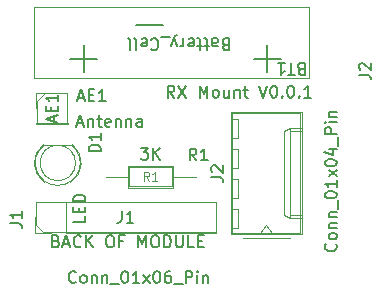
<source format=gbr>
%TF.GenerationSoftware,KiCad,Pcbnew,7.0.2*%
%TF.CreationDate,2023-12-05T19:44:14+00:00*%
%TF.ProjectId,rxhardware,72786861-7264-4776-9172-652e6b696361,rev?*%
%TF.SameCoordinates,Original*%
%TF.FileFunction,Legend,Top*%
%TF.FilePolarity,Positive*%
%FSLAX46Y46*%
G04 Gerber Fmt 4.6, Leading zero omitted, Abs format (unit mm)*
G04 Created by KiCad (PCBNEW 7.0.2) date 2023-12-05 19:44:14*
%MOMM*%
%LPD*%
G01*
G04 APERTURE LIST*
%ADD10C,0.150000*%
%ADD11C,0.108000*%
%ADD12C,0.120000*%
%ADD13C,0.100000*%
G04 APERTURE END LIST*
D10*
X159971523Y-87103619D02*
X159638190Y-86627428D01*
X159400095Y-87103619D02*
X159400095Y-86103619D01*
X159400095Y-86103619D02*
X159781047Y-86103619D01*
X159781047Y-86103619D02*
X159876285Y-86151238D01*
X159876285Y-86151238D02*
X159923904Y-86198857D01*
X159923904Y-86198857D02*
X159971523Y-86294095D01*
X159971523Y-86294095D02*
X159971523Y-86436952D01*
X159971523Y-86436952D02*
X159923904Y-86532190D01*
X159923904Y-86532190D02*
X159876285Y-86579809D01*
X159876285Y-86579809D02*
X159781047Y-86627428D01*
X159781047Y-86627428D02*
X159400095Y-86627428D01*
X160304857Y-86103619D02*
X160971523Y-87103619D01*
X160971523Y-86103619D02*
X160304857Y-87103619D01*
X162114381Y-87103619D02*
X162114381Y-86103619D01*
X162114381Y-86103619D02*
X162447714Y-86817904D01*
X162447714Y-86817904D02*
X162781047Y-86103619D01*
X162781047Y-86103619D02*
X162781047Y-87103619D01*
X163400095Y-87103619D02*
X163304857Y-87056000D01*
X163304857Y-87056000D02*
X163257238Y-87008380D01*
X163257238Y-87008380D02*
X163209619Y-86913142D01*
X163209619Y-86913142D02*
X163209619Y-86627428D01*
X163209619Y-86627428D02*
X163257238Y-86532190D01*
X163257238Y-86532190D02*
X163304857Y-86484571D01*
X163304857Y-86484571D02*
X163400095Y-86436952D01*
X163400095Y-86436952D02*
X163542952Y-86436952D01*
X163542952Y-86436952D02*
X163638190Y-86484571D01*
X163638190Y-86484571D02*
X163685809Y-86532190D01*
X163685809Y-86532190D02*
X163733428Y-86627428D01*
X163733428Y-86627428D02*
X163733428Y-86913142D01*
X163733428Y-86913142D02*
X163685809Y-87008380D01*
X163685809Y-87008380D02*
X163638190Y-87056000D01*
X163638190Y-87056000D02*
X163542952Y-87103619D01*
X163542952Y-87103619D02*
X163400095Y-87103619D01*
X164590571Y-86436952D02*
X164590571Y-87103619D01*
X164162000Y-86436952D02*
X164162000Y-86960761D01*
X164162000Y-86960761D02*
X164209619Y-87056000D01*
X164209619Y-87056000D02*
X164304857Y-87103619D01*
X164304857Y-87103619D02*
X164447714Y-87103619D01*
X164447714Y-87103619D02*
X164542952Y-87056000D01*
X164542952Y-87056000D02*
X164590571Y-87008380D01*
X165066762Y-86436952D02*
X165066762Y-87103619D01*
X165066762Y-86532190D02*
X165114381Y-86484571D01*
X165114381Y-86484571D02*
X165209619Y-86436952D01*
X165209619Y-86436952D02*
X165352476Y-86436952D01*
X165352476Y-86436952D02*
X165447714Y-86484571D01*
X165447714Y-86484571D02*
X165495333Y-86579809D01*
X165495333Y-86579809D02*
X165495333Y-87103619D01*
X165828667Y-86436952D02*
X166209619Y-86436952D01*
X165971524Y-86103619D02*
X165971524Y-86960761D01*
X165971524Y-86960761D02*
X166019143Y-87056000D01*
X166019143Y-87056000D02*
X166114381Y-87103619D01*
X166114381Y-87103619D02*
X166209619Y-87103619D01*
X167162001Y-86103619D02*
X167495334Y-87103619D01*
X167495334Y-87103619D02*
X167828667Y-86103619D01*
X168352477Y-86103619D02*
X168447715Y-86103619D01*
X168447715Y-86103619D02*
X168542953Y-86151238D01*
X168542953Y-86151238D02*
X168590572Y-86198857D01*
X168590572Y-86198857D02*
X168638191Y-86294095D01*
X168638191Y-86294095D02*
X168685810Y-86484571D01*
X168685810Y-86484571D02*
X168685810Y-86722666D01*
X168685810Y-86722666D02*
X168638191Y-86913142D01*
X168638191Y-86913142D02*
X168590572Y-87008380D01*
X168590572Y-87008380D02*
X168542953Y-87056000D01*
X168542953Y-87056000D02*
X168447715Y-87103619D01*
X168447715Y-87103619D02*
X168352477Y-87103619D01*
X168352477Y-87103619D02*
X168257239Y-87056000D01*
X168257239Y-87056000D02*
X168209620Y-87008380D01*
X168209620Y-87008380D02*
X168162001Y-86913142D01*
X168162001Y-86913142D02*
X168114382Y-86722666D01*
X168114382Y-86722666D02*
X168114382Y-86484571D01*
X168114382Y-86484571D02*
X168162001Y-86294095D01*
X168162001Y-86294095D02*
X168209620Y-86198857D01*
X168209620Y-86198857D02*
X168257239Y-86151238D01*
X168257239Y-86151238D02*
X168352477Y-86103619D01*
X169114382Y-87008380D02*
X169162001Y-87056000D01*
X169162001Y-87056000D02*
X169114382Y-87103619D01*
X169114382Y-87103619D02*
X169066763Y-87056000D01*
X169066763Y-87056000D02*
X169114382Y-87008380D01*
X169114382Y-87008380D02*
X169114382Y-87103619D01*
X169781048Y-86103619D02*
X169876286Y-86103619D01*
X169876286Y-86103619D02*
X169971524Y-86151238D01*
X169971524Y-86151238D02*
X170019143Y-86198857D01*
X170019143Y-86198857D02*
X170066762Y-86294095D01*
X170066762Y-86294095D02*
X170114381Y-86484571D01*
X170114381Y-86484571D02*
X170114381Y-86722666D01*
X170114381Y-86722666D02*
X170066762Y-86913142D01*
X170066762Y-86913142D02*
X170019143Y-87008380D01*
X170019143Y-87008380D02*
X169971524Y-87056000D01*
X169971524Y-87056000D02*
X169876286Y-87103619D01*
X169876286Y-87103619D02*
X169781048Y-87103619D01*
X169781048Y-87103619D02*
X169685810Y-87056000D01*
X169685810Y-87056000D02*
X169638191Y-87008380D01*
X169638191Y-87008380D02*
X169590572Y-86913142D01*
X169590572Y-86913142D02*
X169542953Y-86722666D01*
X169542953Y-86722666D02*
X169542953Y-86484571D01*
X169542953Y-86484571D02*
X169590572Y-86294095D01*
X169590572Y-86294095D02*
X169638191Y-86198857D01*
X169638191Y-86198857D02*
X169685810Y-86151238D01*
X169685810Y-86151238D02*
X169781048Y-86103619D01*
X170542953Y-87008380D02*
X170590572Y-87056000D01*
X170590572Y-87056000D02*
X170542953Y-87103619D01*
X170542953Y-87103619D02*
X170495334Y-87056000D01*
X170495334Y-87056000D02*
X170542953Y-87008380D01*
X170542953Y-87008380D02*
X170542953Y-87103619D01*
X171542952Y-87103619D02*
X170971524Y-87103619D01*
X171257238Y-87103619D02*
X171257238Y-86103619D01*
X171257238Y-86103619D02*
X171162000Y-86246476D01*
X171162000Y-86246476D02*
X171066762Y-86341714D01*
X171066762Y-86341714D02*
X170971524Y-86389333D01*
X149973428Y-99254809D02*
X150116285Y-99302428D01*
X150116285Y-99302428D02*
X150163904Y-99350047D01*
X150163904Y-99350047D02*
X150211523Y-99445285D01*
X150211523Y-99445285D02*
X150211523Y-99588142D01*
X150211523Y-99588142D02*
X150163904Y-99683380D01*
X150163904Y-99683380D02*
X150116285Y-99731000D01*
X150116285Y-99731000D02*
X150021047Y-99778619D01*
X150021047Y-99778619D02*
X149640095Y-99778619D01*
X149640095Y-99778619D02*
X149640095Y-98778619D01*
X149640095Y-98778619D02*
X149973428Y-98778619D01*
X149973428Y-98778619D02*
X150068666Y-98826238D01*
X150068666Y-98826238D02*
X150116285Y-98873857D01*
X150116285Y-98873857D02*
X150163904Y-98969095D01*
X150163904Y-98969095D02*
X150163904Y-99064333D01*
X150163904Y-99064333D02*
X150116285Y-99159571D01*
X150116285Y-99159571D02*
X150068666Y-99207190D01*
X150068666Y-99207190D02*
X149973428Y-99254809D01*
X149973428Y-99254809D02*
X149640095Y-99254809D01*
X150592476Y-99492904D02*
X151068666Y-99492904D01*
X150497238Y-99778619D02*
X150830571Y-98778619D01*
X150830571Y-98778619D02*
X151163904Y-99778619D01*
X152068666Y-99683380D02*
X152021047Y-99731000D01*
X152021047Y-99731000D02*
X151878190Y-99778619D01*
X151878190Y-99778619D02*
X151782952Y-99778619D01*
X151782952Y-99778619D02*
X151640095Y-99731000D01*
X151640095Y-99731000D02*
X151544857Y-99635761D01*
X151544857Y-99635761D02*
X151497238Y-99540523D01*
X151497238Y-99540523D02*
X151449619Y-99350047D01*
X151449619Y-99350047D02*
X151449619Y-99207190D01*
X151449619Y-99207190D02*
X151497238Y-99016714D01*
X151497238Y-99016714D02*
X151544857Y-98921476D01*
X151544857Y-98921476D02*
X151640095Y-98826238D01*
X151640095Y-98826238D02*
X151782952Y-98778619D01*
X151782952Y-98778619D02*
X151878190Y-98778619D01*
X151878190Y-98778619D02*
X152021047Y-98826238D01*
X152021047Y-98826238D02*
X152068666Y-98873857D01*
X152497238Y-99778619D02*
X152497238Y-98778619D01*
X153068666Y-99778619D02*
X152640095Y-99207190D01*
X153068666Y-98778619D02*
X152497238Y-99350047D01*
X154449619Y-98778619D02*
X154640095Y-98778619D01*
X154640095Y-98778619D02*
X154735333Y-98826238D01*
X154735333Y-98826238D02*
X154830571Y-98921476D01*
X154830571Y-98921476D02*
X154878190Y-99111952D01*
X154878190Y-99111952D02*
X154878190Y-99445285D01*
X154878190Y-99445285D02*
X154830571Y-99635761D01*
X154830571Y-99635761D02*
X154735333Y-99731000D01*
X154735333Y-99731000D02*
X154640095Y-99778619D01*
X154640095Y-99778619D02*
X154449619Y-99778619D01*
X154449619Y-99778619D02*
X154354381Y-99731000D01*
X154354381Y-99731000D02*
X154259143Y-99635761D01*
X154259143Y-99635761D02*
X154211524Y-99445285D01*
X154211524Y-99445285D02*
X154211524Y-99111952D01*
X154211524Y-99111952D02*
X154259143Y-98921476D01*
X154259143Y-98921476D02*
X154354381Y-98826238D01*
X154354381Y-98826238D02*
X154449619Y-98778619D01*
X155640095Y-99254809D02*
X155306762Y-99254809D01*
X155306762Y-99778619D02*
X155306762Y-98778619D01*
X155306762Y-98778619D02*
X155782952Y-98778619D01*
X156925810Y-99778619D02*
X156925810Y-98778619D01*
X156925810Y-98778619D02*
X157259143Y-99492904D01*
X157259143Y-99492904D02*
X157592476Y-98778619D01*
X157592476Y-98778619D02*
X157592476Y-99778619D01*
X158259143Y-98778619D02*
X158449619Y-98778619D01*
X158449619Y-98778619D02*
X158544857Y-98826238D01*
X158544857Y-98826238D02*
X158640095Y-98921476D01*
X158640095Y-98921476D02*
X158687714Y-99111952D01*
X158687714Y-99111952D02*
X158687714Y-99445285D01*
X158687714Y-99445285D02*
X158640095Y-99635761D01*
X158640095Y-99635761D02*
X158544857Y-99731000D01*
X158544857Y-99731000D02*
X158449619Y-99778619D01*
X158449619Y-99778619D02*
X158259143Y-99778619D01*
X158259143Y-99778619D02*
X158163905Y-99731000D01*
X158163905Y-99731000D02*
X158068667Y-99635761D01*
X158068667Y-99635761D02*
X158021048Y-99445285D01*
X158021048Y-99445285D02*
X158021048Y-99111952D01*
X158021048Y-99111952D02*
X158068667Y-98921476D01*
X158068667Y-98921476D02*
X158163905Y-98826238D01*
X158163905Y-98826238D02*
X158259143Y-98778619D01*
X159116286Y-99778619D02*
X159116286Y-98778619D01*
X159116286Y-98778619D02*
X159354381Y-98778619D01*
X159354381Y-98778619D02*
X159497238Y-98826238D01*
X159497238Y-98826238D02*
X159592476Y-98921476D01*
X159592476Y-98921476D02*
X159640095Y-99016714D01*
X159640095Y-99016714D02*
X159687714Y-99207190D01*
X159687714Y-99207190D02*
X159687714Y-99350047D01*
X159687714Y-99350047D02*
X159640095Y-99540523D01*
X159640095Y-99540523D02*
X159592476Y-99635761D01*
X159592476Y-99635761D02*
X159497238Y-99731000D01*
X159497238Y-99731000D02*
X159354381Y-99778619D01*
X159354381Y-99778619D02*
X159116286Y-99778619D01*
X160116286Y-98778619D02*
X160116286Y-99588142D01*
X160116286Y-99588142D02*
X160163905Y-99683380D01*
X160163905Y-99683380D02*
X160211524Y-99731000D01*
X160211524Y-99731000D02*
X160306762Y-99778619D01*
X160306762Y-99778619D02*
X160497238Y-99778619D01*
X160497238Y-99778619D02*
X160592476Y-99731000D01*
X160592476Y-99731000D02*
X160640095Y-99683380D01*
X160640095Y-99683380D02*
X160687714Y-99588142D01*
X160687714Y-99588142D02*
X160687714Y-98778619D01*
X161640095Y-99778619D02*
X161163905Y-99778619D01*
X161163905Y-99778619D02*
X161163905Y-98778619D01*
X161973429Y-99254809D02*
X162306762Y-99254809D01*
X162449619Y-99778619D02*
X161973429Y-99778619D01*
X161973429Y-99778619D02*
X161973429Y-98778619D01*
X161973429Y-98778619D02*
X162449619Y-98778619D01*
%TO.C,J2*%
X163109619Y-93841333D02*
X163823904Y-93841333D01*
X163823904Y-93841333D02*
X163966761Y-93888952D01*
X163966761Y-93888952D02*
X164062000Y-93984190D01*
X164062000Y-93984190D02*
X164109619Y-94127047D01*
X164109619Y-94127047D02*
X164109619Y-94222285D01*
X163204857Y-93412761D02*
X163157238Y-93365142D01*
X163157238Y-93365142D02*
X163109619Y-93269904D01*
X163109619Y-93269904D02*
X163109619Y-93031809D01*
X163109619Y-93031809D02*
X163157238Y-92936571D01*
X163157238Y-92936571D02*
X163204857Y-92888952D01*
X163204857Y-92888952D02*
X163300095Y-92841333D01*
X163300095Y-92841333D02*
X163395333Y-92841333D01*
X163395333Y-92841333D02*
X163538190Y-92888952D01*
X163538190Y-92888952D02*
X164109619Y-93460380D01*
X164109619Y-93460380D02*
X164109619Y-92841333D01*
X173628380Y-99482524D02*
X173676000Y-99530143D01*
X173676000Y-99530143D02*
X173723619Y-99673000D01*
X173723619Y-99673000D02*
X173723619Y-99768238D01*
X173723619Y-99768238D02*
X173676000Y-99911095D01*
X173676000Y-99911095D02*
X173580761Y-100006333D01*
X173580761Y-100006333D02*
X173485523Y-100053952D01*
X173485523Y-100053952D02*
X173295047Y-100101571D01*
X173295047Y-100101571D02*
X173152190Y-100101571D01*
X173152190Y-100101571D02*
X172961714Y-100053952D01*
X172961714Y-100053952D02*
X172866476Y-100006333D01*
X172866476Y-100006333D02*
X172771238Y-99911095D01*
X172771238Y-99911095D02*
X172723619Y-99768238D01*
X172723619Y-99768238D02*
X172723619Y-99673000D01*
X172723619Y-99673000D02*
X172771238Y-99530143D01*
X172771238Y-99530143D02*
X172818857Y-99482524D01*
X173723619Y-98911095D02*
X173676000Y-99006333D01*
X173676000Y-99006333D02*
X173628380Y-99053952D01*
X173628380Y-99053952D02*
X173533142Y-99101571D01*
X173533142Y-99101571D02*
X173247428Y-99101571D01*
X173247428Y-99101571D02*
X173152190Y-99053952D01*
X173152190Y-99053952D02*
X173104571Y-99006333D01*
X173104571Y-99006333D02*
X173056952Y-98911095D01*
X173056952Y-98911095D02*
X173056952Y-98768238D01*
X173056952Y-98768238D02*
X173104571Y-98673000D01*
X173104571Y-98673000D02*
X173152190Y-98625381D01*
X173152190Y-98625381D02*
X173247428Y-98577762D01*
X173247428Y-98577762D02*
X173533142Y-98577762D01*
X173533142Y-98577762D02*
X173628380Y-98625381D01*
X173628380Y-98625381D02*
X173676000Y-98673000D01*
X173676000Y-98673000D02*
X173723619Y-98768238D01*
X173723619Y-98768238D02*
X173723619Y-98911095D01*
X173056952Y-98149190D02*
X173723619Y-98149190D01*
X173152190Y-98149190D02*
X173104571Y-98101571D01*
X173104571Y-98101571D02*
X173056952Y-98006333D01*
X173056952Y-98006333D02*
X173056952Y-97863476D01*
X173056952Y-97863476D02*
X173104571Y-97768238D01*
X173104571Y-97768238D02*
X173199809Y-97720619D01*
X173199809Y-97720619D02*
X173723619Y-97720619D01*
X173056952Y-97244428D02*
X173723619Y-97244428D01*
X173152190Y-97244428D02*
X173104571Y-97196809D01*
X173104571Y-97196809D02*
X173056952Y-97101571D01*
X173056952Y-97101571D02*
X173056952Y-96958714D01*
X173056952Y-96958714D02*
X173104571Y-96863476D01*
X173104571Y-96863476D02*
X173199809Y-96815857D01*
X173199809Y-96815857D02*
X173723619Y-96815857D01*
X173818857Y-96577762D02*
X173818857Y-95815857D01*
X172723619Y-95387285D02*
X172723619Y-95292047D01*
X172723619Y-95292047D02*
X172771238Y-95196809D01*
X172771238Y-95196809D02*
X172818857Y-95149190D01*
X172818857Y-95149190D02*
X172914095Y-95101571D01*
X172914095Y-95101571D02*
X173104571Y-95053952D01*
X173104571Y-95053952D02*
X173342666Y-95053952D01*
X173342666Y-95053952D02*
X173533142Y-95101571D01*
X173533142Y-95101571D02*
X173628380Y-95149190D01*
X173628380Y-95149190D02*
X173676000Y-95196809D01*
X173676000Y-95196809D02*
X173723619Y-95292047D01*
X173723619Y-95292047D02*
X173723619Y-95387285D01*
X173723619Y-95387285D02*
X173676000Y-95482523D01*
X173676000Y-95482523D02*
X173628380Y-95530142D01*
X173628380Y-95530142D02*
X173533142Y-95577761D01*
X173533142Y-95577761D02*
X173342666Y-95625380D01*
X173342666Y-95625380D02*
X173104571Y-95625380D01*
X173104571Y-95625380D02*
X172914095Y-95577761D01*
X172914095Y-95577761D02*
X172818857Y-95530142D01*
X172818857Y-95530142D02*
X172771238Y-95482523D01*
X172771238Y-95482523D02*
X172723619Y-95387285D01*
X173723619Y-94101571D02*
X173723619Y-94672999D01*
X173723619Y-94387285D02*
X172723619Y-94387285D01*
X172723619Y-94387285D02*
X172866476Y-94482523D01*
X172866476Y-94482523D02*
X172961714Y-94577761D01*
X172961714Y-94577761D02*
X173009333Y-94672999D01*
X173723619Y-93768237D02*
X173056952Y-93244428D01*
X173056952Y-93768237D02*
X173723619Y-93244428D01*
X172723619Y-92672999D02*
X172723619Y-92577761D01*
X172723619Y-92577761D02*
X172771238Y-92482523D01*
X172771238Y-92482523D02*
X172818857Y-92434904D01*
X172818857Y-92434904D02*
X172914095Y-92387285D01*
X172914095Y-92387285D02*
X173104571Y-92339666D01*
X173104571Y-92339666D02*
X173342666Y-92339666D01*
X173342666Y-92339666D02*
X173533142Y-92387285D01*
X173533142Y-92387285D02*
X173628380Y-92434904D01*
X173628380Y-92434904D02*
X173676000Y-92482523D01*
X173676000Y-92482523D02*
X173723619Y-92577761D01*
X173723619Y-92577761D02*
X173723619Y-92672999D01*
X173723619Y-92672999D02*
X173676000Y-92768237D01*
X173676000Y-92768237D02*
X173628380Y-92815856D01*
X173628380Y-92815856D02*
X173533142Y-92863475D01*
X173533142Y-92863475D02*
X173342666Y-92911094D01*
X173342666Y-92911094D02*
X173104571Y-92911094D01*
X173104571Y-92911094D02*
X172914095Y-92863475D01*
X172914095Y-92863475D02*
X172818857Y-92815856D01*
X172818857Y-92815856D02*
X172771238Y-92768237D01*
X172771238Y-92768237D02*
X172723619Y-92672999D01*
X173056952Y-91482523D02*
X173723619Y-91482523D01*
X172676000Y-91720618D02*
X173390285Y-91958713D01*
X173390285Y-91958713D02*
X173390285Y-91339666D01*
X173818857Y-91196809D02*
X173818857Y-90434904D01*
X173723619Y-90196808D02*
X172723619Y-90196808D01*
X172723619Y-90196808D02*
X172723619Y-89815856D01*
X172723619Y-89815856D02*
X172771238Y-89720618D01*
X172771238Y-89720618D02*
X172818857Y-89672999D01*
X172818857Y-89672999D02*
X172914095Y-89625380D01*
X172914095Y-89625380D02*
X173056952Y-89625380D01*
X173056952Y-89625380D02*
X173152190Y-89672999D01*
X173152190Y-89672999D02*
X173199809Y-89720618D01*
X173199809Y-89720618D02*
X173247428Y-89815856D01*
X173247428Y-89815856D02*
X173247428Y-90196808D01*
X173723619Y-89196808D02*
X173056952Y-89196808D01*
X172723619Y-89196808D02*
X172771238Y-89244427D01*
X172771238Y-89244427D02*
X172818857Y-89196808D01*
X172818857Y-89196808D02*
X172771238Y-89149189D01*
X172771238Y-89149189D02*
X172723619Y-89196808D01*
X172723619Y-89196808D02*
X172818857Y-89196808D01*
X173056952Y-88720618D02*
X173723619Y-88720618D01*
X173152190Y-88720618D02*
X173104571Y-88672999D01*
X173104571Y-88672999D02*
X173056952Y-88577761D01*
X173056952Y-88577761D02*
X173056952Y-88434904D01*
X173056952Y-88434904D02*
X173104571Y-88339666D01*
X173104571Y-88339666D02*
X173199809Y-88292047D01*
X173199809Y-88292047D02*
X173723619Y-88292047D01*
X175605619Y-85180333D02*
X176319904Y-85180333D01*
X176319904Y-85180333D02*
X176462761Y-85227952D01*
X176462761Y-85227952D02*
X176558000Y-85323190D01*
X176558000Y-85323190D02*
X176605619Y-85466047D01*
X176605619Y-85466047D02*
X176605619Y-85561285D01*
X175700857Y-84751761D02*
X175653238Y-84704142D01*
X175653238Y-84704142D02*
X175605619Y-84608904D01*
X175605619Y-84608904D02*
X175605619Y-84370809D01*
X175605619Y-84370809D02*
X175653238Y-84275571D01*
X175653238Y-84275571D02*
X175700857Y-84227952D01*
X175700857Y-84227952D02*
X175796095Y-84180333D01*
X175796095Y-84180333D02*
X175891333Y-84180333D01*
X175891333Y-84180333D02*
X176034190Y-84227952D01*
X176034190Y-84227952D02*
X176605619Y-84799380D01*
X176605619Y-84799380D02*
X176605619Y-84180333D01*
%TO.C,BT1*%
X170687714Y-84694190D02*
X170544857Y-84646571D01*
X170544857Y-84646571D02*
X170497238Y-84598952D01*
X170497238Y-84598952D02*
X170449619Y-84503714D01*
X170449619Y-84503714D02*
X170449619Y-84360857D01*
X170449619Y-84360857D02*
X170497238Y-84265619D01*
X170497238Y-84265619D02*
X170544857Y-84218000D01*
X170544857Y-84218000D02*
X170640095Y-84170380D01*
X170640095Y-84170380D02*
X171021047Y-84170380D01*
X171021047Y-84170380D02*
X171021047Y-85170380D01*
X171021047Y-85170380D02*
X170687714Y-85170380D01*
X170687714Y-85170380D02*
X170592476Y-85122761D01*
X170592476Y-85122761D02*
X170544857Y-85075142D01*
X170544857Y-85075142D02*
X170497238Y-84979904D01*
X170497238Y-84979904D02*
X170497238Y-84884666D01*
X170497238Y-84884666D02*
X170544857Y-84789428D01*
X170544857Y-84789428D02*
X170592476Y-84741809D01*
X170592476Y-84741809D02*
X170687714Y-84694190D01*
X170687714Y-84694190D02*
X171021047Y-84694190D01*
X170163904Y-85170380D02*
X169592476Y-85170380D01*
X169878190Y-84170380D02*
X169878190Y-85170380D01*
X168735333Y-84170380D02*
X169306761Y-84170380D01*
X169021047Y-84170380D02*
X169021047Y-85170380D01*
X169021047Y-85170380D02*
X169116285Y-85027523D01*
X169116285Y-85027523D02*
X169211523Y-84932285D01*
X169211523Y-84932285D02*
X169306761Y-84884666D01*
X164299763Y-82624190D02*
X164156906Y-82576571D01*
X164156906Y-82576571D02*
X164109287Y-82528952D01*
X164109287Y-82528952D02*
X164061668Y-82433714D01*
X164061668Y-82433714D02*
X164061668Y-82290857D01*
X164061668Y-82290857D02*
X164109287Y-82195619D01*
X164109287Y-82195619D02*
X164156906Y-82148000D01*
X164156906Y-82148000D02*
X164252144Y-82100380D01*
X164252144Y-82100380D02*
X164633096Y-82100380D01*
X164633096Y-82100380D02*
X164633096Y-83100380D01*
X164633096Y-83100380D02*
X164299763Y-83100380D01*
X164299763Y-83100380D02*
X164204525Y-83052761D01*
X164204525Y-83052761D02*
X164156906Y-83005142D01*
X164156906Y-83005142D02*
X164109287Y-82909904D01*
X164109287Y-82909904D02*
X164109287Y-82814666D01*
X164109287Y-82814666D02*
X164156906Y-82719428D01*
X164156906Y-82719428D02*
X164204525Y-82671809D01*
X164204525Y-82671809D02*
X164299763Y-82624190D01*
X164299763Y-82624190D02*
X164633096Y-82624190D01*
X163204525Y-82100380D02*
X163204525Y-82624190D01*
X163204525Y-82624190D02*
X163252144Y-82719428D01*
X163252144Y-82719428D02*
X163347382Y-82767047D01*
X163347382Y-82767047D02*
X163537858Y-82767047D01*
X163537858Y-82767047D02*
X163633096Y-82719428D01*
X163204525Y-82148000D02*
X163299763Y-82100380D01*
X163299763Y-82100380D02*
X163537858Y-82100380D01*
X163537858Y-82100380D02*
X163633096Y-82148000D01*
X163633096Y-82148000D02*
X163680715Y-82243238D01*
X163680715Y-82243238D02*
X163680715Y-82338476D01*
X163680715Y-82338476D02*
X163633096Y-82433714D01*
X163633096Y-82433714D02*
X163537858Y-82481333D01*
X163537858Y-82481333D02*
X163299763Y-82481333D01*
X163299763Y-82481333D02*
X163204525Y-82528952D01*
X162871191Y-82767047D02*
X162490239Y-82767047D01*
X162728334Y-83100380D02*
X162728334Y-82243238D01*
X162728334Y-82243238D02*
X162680715Y-82148000D01*
X162680715Y-82148000D02*
X162585477Y-82100380D01*
X162585477Y-82100380D02*
X162490239Y-82100380D01*
X162299762Y-82767047D02*
X161918810Y-82767047D01*
X162156905Y-83100380D02*
X162156905Y-82243238D01*
X162156905Y-82243238D02*
X162109286Y-82148000D01*
X162109286Y-82148000D02*
X162014048Y-82100380D01*
X162014048Y-82100380D02*
X161918810Y-82100380D01*
X161204524Y-82148000D02*
X161299762Y-82100380D01*
X161299762Y-82100380D02*
X161490238Y-82100380D01*
X161490238Y-82100380D02*
X161585476Y-82148000D01*
X161585476Y-82148000D02*
X161633095Y-82243238D01*
X161633095Y-82243238D02*
X161633095Y-82624190D01*
X161633095Y-82624190D02*
X161585476Y-82719428D01*
X161585476Y-82719428D02*
X161490238Y-82767047D01*
X161490238Y-82767047D02*
X161299762Y-82767047D01*
X161299762Y-82767047D02*
X161204524Y-82719428D01*
X161204524Y-82719428D02*
X161156905Y-82624190D01*
X161156905Y-82624190D02*
X161156905Y-82528952D01*
X161156905Y-82528952D02*
X161633095Y-82433714D01*
X160728333Y-82100380D02*
X160728333Y-82767047D01*
X160728333Y-82576571D02*
X160680714Y-82671809D01*
X160680714Y-82671809D02*
X160633095Y-82719428D01*
X160633095Y-82719428D02*
X160537857Y-82767047D01*
X160537857Y-82767047D02*
X160442619Y-82767047D01*
X160204523Y-82767047D02*
X159966428Y-82100380D01*
X159728333Y-82767047D02*
X159966428Y-82100380D01*
X159966428Y-82100380D02*
X160061666Y-81862285D01*
X160061666Y-81862285D02*
X160109285Y-81814666D01*
X160109285Y-81814666D02*
X160204523Y-81767047D01*
X159585476Y-82005142D02*
X158823571Y-82005142D01*
X158014047Y-82195619D02*
X158061666Y-82148000D01*
X158061666Y-82148000D02*
X158204523Y-82100380D01*
X158204523Y-82100380D02*
X158299761Y-82100380D01*
X158299761Y-82100380D02*
X158442618Y-82148000D01*
X158442618Y-82148000D02*
X158537856Y-82243238D01*
X158537856Y-82243238D02*
X158585475Y-82338476D01*
X158585475Y-82338476D02*
X158633094Y-82528952D01*
X158633094Y-82528952D02*
X158633094Y-82671809D01*
X158633094Y-82671809D02*
X158585475Y-82862285D01*
X158585475Y-82862285D02*
X158537856Y-82957523D01*
X158537856Y-82957523D02*
X158442618Y-83052761D01*
X158442618Y-83052761D02*
X158299761Y-83100380D01*
X158299761Y-83100380D02*
X158204523Y-83100380D01*
X158204523Y-83100380D02*
X158061666Y-83052761D01*
X158061666Y-83052761D02*
X158014047Y-83005142D01*
X157204523Y-82148000D02*
X157299761Y-82100380D01*
X157299761Y-82100380D02*
X157490237Y-82100380D01*
X157490237Y-82100380D02*
X157585475Y-82148000D01*
X157585475Y-82148000D02*
X157633094Y-82243238D01*
X157633094Y-82243238D02*
X157633094Y-82624190D01*
X157633094Y-82624190D02*
X157585475Y-82719428D01*
X157585475Y-82719428D02*
X157490237Y-82767047D01*
X157490237Y-82767047D02*
X157299761Y-82767047D01*
X157299761Y-82767047D02*
X157204523Y-82719428D01*
X157204523Y-82719428D02*
X157156904Y-82624190D01*
X157156904Y-82624190D02*
X157156904Y-82528952D01*
X157156904Y-82528952D02*
X157633094Y-82433714D01*
X156585475Y-82100380D02*
X156680713Y-82148000D01*
X156680713Y-82148000D02*
X156728332Y-82243238D01*
X156728332Y-82243238D02*
X156728332Y-83100380D01*
X156061665Y-82100380D02*
X156156903Y-82148000D01*
X156156903Y-82148000D02*
X156204522Y-82243238D01*
X156204522Y-82243238D02*
X156204522Y-83100380D01*
X159014714Y-80959000D02*
X156729000Y-80959000D01*
X153464714Y-83809000D02*
X151179000Y-83809000D01*
X152321857Y-82666142D02*
X152321857Y-84951857D01*
X168964714Y-83839000D02*
X166679000Y-83839000D01*
X167821857Y-82696142D02*
X167821857Y-84981857D01*
%TO.C,J1*%
X146057619Y-97732333D02*
X146771904Y-97732333D01*
X146771904Y-97732333D02*
X146914761Y-97779952D01*
X146914761Y-97779952D02*
X147010000Y-97875190D01*
X147010000Y-97875190D02*
X147057619Y-98018047D01*
X147057619Y-98018047D02*
X147057619Y-98113285D01*
X147057619Y-96732333D02*
X147057619Y-97303761D01*
X147057619Y-97018047D02*
X146057619Y-97018047D01*
X146057619Y-97018047D02*
X146200476Y-97113285D01*
X146200476Y-97113285D02*
X146295714Y-97208523D01*
X146295714Y-97208523D02*
X146343333Y-97303761D01*
X151635475Y-102711380D02*
X151587856Y-102759000D01*
X151587856Y-102759000D02*
X151444999Y-102806619D01*
X151444999Y-102806619D02*
X151349761Y-102806619D01*
X151349761Y-102806619D02*
X151206904Y-102759000D01*
X151206904Y-102759000D02*
X151111666Y-102663761D01*
X151111666Y-102663761D02*
X151064047Y-102568523D01*
X151064047Y-102568523D02*
X151016428Y-102378047D01*
X151016428Y-102378047D02*
X151016428Y-102235190D01*
X151016428Y-102235190D02*
X151064047Y-102044714D01*
X151064047Y-102044714D02*
X151111666Y-101949476D01*
X151111666Y-101949476D02*
X151206904Y-101854238D01*
X151206904Y-101854238D02*
X151349761Y-101806619D01*
X151349761Y-101806619D02*
X151444999Y-101806619D01*
X151444999Y-101806619D02*
X151587856Y-101854238D01*
X151587856Y-101854238D02*
X151635475Y-101901857D01*
X152206904Y-102806619D02*
X152111666Y-102759000D01*
X152111666Y-102759000D02*
X152064047Y-102711380D01*
X152064047Y-102711380D02*
X152016428Y-102616142D01*
X152016428Y-102616142D02*
X152016428Y-102330428D01*
X152016428Y-102330428D02*
X152064047Y-102235190D01*
X152064047Y-102235190D02*
X152111666Y-102187571D01*
X152111666Y-102187571D02*
X152206904Y-102139952D01*
X152206904Y-102139952D02*
X152349761Y-102139952D01*
X152349761Y-102139952D02*
X152444999Y-102187571D01*
X152444999Y-102187571D02*
X152492618Y-102235190D01*
X152492618Y-102235190D02*
X152540237Y-102330428D01*
X152540237Y-102330428D02*
X152540237Y-102616142D01*
X152540237Y-102616142D02*
X152492618Y-102711380D01*
X152492618Y-102711380D02*
X152444999Y-102759000D01*
X152444999Y-102759000D02*
X152349761Y-102806619D01*
X152349761Y-102806619D02*
X152206904Y-102806619D01*
X152968809Y-102139952D02*
X152968809Y-102806619D01*
X152968809Y-102235190D02*
X153016428Y-102187571D01*
X153016428Y-102187571D02*
X153111666Y-102139952D01*
X153111666Y-102139952D02*
X153254523Y-102139952D01*
X153254523Y-102139952D02*
X153349761Y-102187571D01*
X153349761Y-102187571D02*
X153397380Y-102282809D01*
X153397380Y-102282809D02*
X153397380Y-102806619D01*
X153873571Y-102139952D02*
X153873571Y-102806619D01*
X153873571Y-102235190D02*
X153921190Y-102187571D01*
X153921190Y-102187571D02*
X154016428Y-102139952D01*
X154016428Y-102139952D02*
X154159285Y-102139952D01*
X154159285Y-102139952D02*
X154254523Y-102187571D01*
X154254523Y-102187571D02*
X154302142Y-102282809D01*
X154302142Y-102282809D02*
X154302142Y-102806619D01*
X154540238Y-102901857D02*
X155302142Y-102901857D01*
X155730714Y-101806619D02*
X155825952Y-101806619D01*
X155825952Y-101806619D02*
X155921190Y-101854238D01*
X155921190Y-101854238D02*
X155968809Y-101901857D01*
X155968809Y-101901857D02*
X156016428Y-101997095D01*
X156016428Y-101997095D02*
X156064047Y-102187571D01*
X156064047Y-102187571D02*
X156064047Y-102425666D01*
X156064047Y-102425666D02*
X156016428Y-102616142D01*
X156016428Y-102616142D02*
X155968809Y-102711380D01*
X155968809Y-102711380D02*
X155921190Y-102759000D01*
X155921190Y-102759000D02*
X155825952Y-102806619D01*
X155825952Y-102806619D02*
X155730714Y-102806619D01*
X155730714Y-102806619D02*
X155635476Y-102759000D01*
X155635476Y-102759000D02*
X155587857Y-102711380D01*
X155587857Y-102711380D02*
X155540238Y-102616142D01*
X155540238Y-102616142D02*
X155492619Y-102425666D01*
X155492619Y-102425666D02*
X155492619Y-102187571D01*
X155492619Y-102187571D02*
X155540238Y-101997095D01*
X155540238Y-101997095D02*
X155587857Y-101901857D01*
X155587857Y-101901857D02*
X155635476Y-101854238D01*
X155635476Y-101854238D02*
X155730714Y-101806619D01*
X157016428Y-102806619D02*
X156445000Y-102806619D01*
X156730714Y-102806619D02*
X156730714Y-101806619D01*
X156730714Y-101806619D02*
X156635476Y-101949476D01*
X156635476Y-101949476D02*
X156540238Y-102044714D01*
X156540238Y-102044714D02*
X156445000Y-102092333D01*
X157349762Y-102806619D02*
X157873571Y-102139952D01*
X157349762Y-102139952D02*
X157873571Y-102806619D01*
X158445000Y-101806619D02*
X158540238Y-101806619D01*
X158540238Y-101806619D02*
X158635476Y-101854238D01*
X158635476Y-101854238D02*
X158683095Y-101901857D01*
X158683095Y-101901857D02*
X158730714Y-101997095D01*
X158730714Y-101997095D02*
X158778333Y-102187571D01*
X158778333Y-102187571D02*
X158778333Y-102425666D01*
X158778333Y-102425666D02*
X158730714Y-102616142D01*
X158730714Y-102616142D02*
X158683095Y-102711380D01*
X158683095Y-102711380D02*
X158635476Y-102759000D01*
X158635476Y-102759000D02*
X158540238Y-102806619D01*
X158540238Y-102806619D02*
X158445000Y-102806619D01*
X158445000Y-102806619D02*
X158349762Y-102759000D01*
X158349762Y-102759000D02*
X158302143Y-102711380D01*
X158302143Y-102711380D02*
X158254524Y-102616142D01*
X158254524Y-102616142D02*
X158206905Y-102425666D01*
X158206905Y-102425666D02*
X158206905Y-102187571D01*
X158206905Y-102187571D02*
X158254524Y-101997095D01*
X158254524Y-101997095D02*
X158302143Y-101901857D01*
X158302143Y-101901857D02*
X158349762Y-101854238D01*
X158349762Y-101854238D02*
X158445000Y-101806619D01*
X159635476Y-101806619D02*
X159445000Y-101806619D01*
X159445000Y-101806619D02*
X159349762Y-101854238D01*
X159349762Y-101854238D02*
X159302143Y-101901857D01*
X159302143Y-101901857D02*
X159206905Y-102044714D01*
X159206905Y-102044714D02*
X159159286Y-102235190D01*
X159159286Y-102235190D02*
X159159286Y-102616142D01*
X159159286Y-102616142D02*
X159206905Y-102711380D01*
X159206905Y-102711380D02*
X159254524Y-102759000D01*
X159254524Y-102759000D02*
X159349762Y-102806619D01*
X159349762Y-102806619D02*
X159540238Y-102806619D01*
X159540238Y-102806619D02*
X159635476Y-102759000D01*
X159635476Y-102759000D02*
X159683095Y-102711380D01*
X159683095Y-102711380D02*
X159730714Y-102616142D01*
X159730714Y-102616142D02*
X159730714Y-102378047D01*
X159730714Y-102378047D02*
X159683095Y-102282809D01*
X159683095Y-102282809D02*
X159635476Y-102235190D01*
X159635476Y-102235190D02*
X159540238Y-102187571D01*
X159540238Y-102187571D02*
X159349762Y-102187571D01*
X159349762Y-102187571D02*
X159254524Y-102235190D01*
X159254524Y-102235190D02*
X159206905Y-102282809D01*
X159206905Y-102282809D02*
X159159286Y-102378047D01*
X159921191Y-102901857D02*
X160683095Y-102901857D01*
X160921191Y-102806619D02*
X160921191Y-101806619D01*
X160921191Y-101806619D02*
X161302143Y-101806619D01*
X161302143Y-101806619D02*
X161397381Y-101854238D01*
X161397381Y-101854238D02*
X161445000Y-101901857D01*
X161445000Y-101901857D02*
X161492619Y-101997095D01*
X161492619Y-101997095D02*
X161492619Y-102139952D01*
X161492619Y-102139952D02*
X161445000Y-102235190D01*
X161445000Y-102235190D02*
X161397381Y-102282809D01*
X161397381Y-102282809D02*
X161302143Y-102330428D01*
X161302143Y-102330428D02*
X160921191Y-102330428D01*
X161921191Y-102806619D02*
X161921191Y-102139952D01*
X161921191Y-101806619D02*
X161873572Y-101854238D01*
X161873572Y-101854238D02*
X161921191Y-101901857D01*
X161921191Y-101901857D02*
X161968810Y-101854238D01*
X161968810Y-101854238D02*
X161921191Y-101806619D01*
X161921191Y-101806619D02*
X161921191Y-101901857D01*
X162397381Y-102139952D02*
X162397381Y-102806619D01*
X162397381Y-102235190D02*
X162445000Y-102187571D01*
X162445000Y-102187571D02*
X162540238Y-102139952D01*
X162540238Y-102139952D02*
X162683095Y-102139952D01*
X162683095Y-102139952D02*
X162778333Y-102187571D01*
X162778333Y-102187571D02*
X162825952Y-102282809D01*
X162825952Y-102282809D02*
X162825952Y-102806619D01*
X155516666Y-96703619D02*
X155516666Y-97417904D01*
X155516666Y-97417904D02*
X155469047Y-97560761D01*
X155469047Y-97560761D02*
X155373809Y-97656000D01*
X155373809Y-97656000D02*
X155230952Y-97703619D01*
X155230952Y-97703619D02*
X155135714Y-97703619D01*
X156516666Y-97703619D02*
X155945238Y-97703619D01*
X156230952Y-97703619D02*
X156230952Y-96703619D01*
X156230952Y-96703619D02*
X156135714Y-96846476D01*
X156135714Y-96846476D02*
X156040476Y-96941714D01*
X156040476Y-96941714D02*
X155945238Y-96989333D01*
%TO.C,R1*%
X161838333Y-92417619D02*
X161505000Y-91941428D01*
X161266905Y-92417619D02*
X161266905Y-91417619D01*
X161266905Y-91417619D02*
X161647857Y-91417619D01*
X161647857Y-91417619D02*
X161743095Y-91465238D01*
X161743095Y-91465238D02*
X161790714Y-91512857D01*
X161790714Y-91512857D02*
X161838333Y-91608095D01*
X161838333Y-91608095D02*
X161838333Y-91750952D01*
X161838333Y-91750952D02*
X161790714Y-91846190D01*
X161790714Y-91846190D02*
X161743095Y-91893809D01*
X161743095Y-91893809D02*
X161647857Y-91941428D01*
X161647857Y-91941428D02*
X161266905Y-91941428D01*
X162790714Y-92417619D02*
X162219286Y-92417619D01*
X162505000Y-92417619D02*
X162505000Y-91417619D01*
X162505000Y-91417619D02*
X162409762Y-91560476D01*
X162409762Y-91560476D02*
X162314524Y-91655714D01*
X162314524Y-91655714D02*
X162219286Y-91703333D01*
X157141667Y-91349619D02*
X157760714Y-91349619D01*
X157760714Y-91349619D02*
X157427381Y-91730571D01*
X157427381Y-91730571D02*
X157570238Y-91730571D01*
X157570238Y-91730571D02*
X157665476Y-91778190D01*
X157665476Y-91778190D02*
X157713095Y-91825809D01*
X157713095Y-91825809D02*
X157760714Y-91921047D01*
X157760714Y-91921047D02*
X157760714Y-92159142D01*
X157760714Y-92159142D02*
X157713095Y-92254380D01*
X157713095Y-92254380D02*
X157665476Y-92302000D01*
X157665476Y-92302000D02*
X157570238Y-92349619D01*
X157570238Y-92349619D02*
X157284524Y-92349619D01*
X157284524Y-92349619D02*
X157189286Y-92302000D01*
X157189286Y-92302000D02*
X157141667Y-92254380D01*
X158189286Y-92349619D02*
X158189286Y-91349619D01*
X158760714Y-92349619D02*
X158332143Y-91778190D01*
X158760714Y-91349619D02*
X158189286Y-91921047D01*
D11*
X157822000Y-94128085D02*
X157582000Y-93785228D01*
X157410571Y-94128085D02*
X157410571Y-93408085D01*
X157410571Y-93408085D02*
X157684857Y-93408085D01*
X157684857Y-93408085D02*
X157753428Y-93442371D01*
X157753428Y-93442371D02*
X157787714Y-93476657D01*
X157787714Y-93476657D02*
X157822000Y-93545228D01*
X157822000Y-93545228D02*
X157822000Y-93648085D01*
X157822000Y-93648085D02*
X157787714Y-93716657D01*
X157787714Y-93716657D02*
X157753428Y-93750942D01*
X157753428Y-93750942D02*
X157684857Y-93785228D01*
X157684857Y-93785228D02*
X157410571Y-93785228D01*
X158507714Y-94128085D02*
X158096285Y-94128085D01*
X158302000Y-94128085D02*
X158302000Y-93408085D01*
X158302000Y-93408085D02*
X158233428Y-93510942D01*
X158233428Y-93510942D02*
X158164857Y-93579514D01*
X158164857Y-93579514D02*
X158096285Y-93613800D01*
D10*
%TO.C,AE1*%
X151830333Y-87109904D02*
X152306523Y-87109904D01*
X151735095Y-87395619D02*
X152068428Y-86395619D01*
X152068428Y-86395619D02*
X152401761Y-87395619D01*
X152735095Y-86871809D02*
X153068428Y-86871809D01*
X153211285Y-87395619D02*
X152735095Y-87395619D01*
X152735095Y-87395619D02*
X152735095Y-86395619D01*
X152735095Y-86395619D02*
X153211285Y-86395619D01*
X154163666Y-87395619D02*
X153592238Y-87395619D01*
X153877952Y-87395619D02*
X153877952Y-86395619D01*
X153877952Y-86395619D02*
X153782714Y-86538476D01*
X153782714Y-86538476D02*
X153687476Y-86633714D01*
X153687476Y-86633714D02*
X153592238Y-86681333D01*
X151768095Y-89294904D02*
X152244285Y-89294904D01*
X151672857Y-89580619D02*
X152006190Y-88580619D01*
X152006190Y-88580619D02*
X152339523Y-89580619D01*
X152672857Y-88913952D02*
X152672857Y-89580619D01*
X152672857Y-89009190D02*
X152720476Y-88961571D01*
X152720476Y-88961571D02*
X152815714Y-88913952D01*
X152815714Y-88913952D02*
X152958571Y-88913952D01*
X152958571Y-88913952D02*
X153053809Y-88961571D01*
X153053809Y-88961571D02*
X153101428Y-89056809D01*
X153101428Y-89056809D02*
X153101428Y-89580619D01*
X153434762Y-88913952D02*
X153815714Y-88913952D01*
X153577619Y-88580619D02*
X153577619Y-89437761D01*
X153577619Y-89437761D02*
X153625238Y-89533000D01*
X153625238Y-89533000D02*
X153720476Y-89580619D01*
X153720476Y-89580619D02*
X153815714Y-89580619D01*
X154530000Y-89533000D02*
X154434762Y-89580619D01*
X154434762Y-89580619D02*
X154244286Y-89580619D01*
X154244286Y-89580619D02*
X154149048Y-89533000D01*
X154149048Y-89533000D02*
X154101429Y-89437761D01*
X154101429Y-89437761D02*
X154101429Y-89056809D01*
X154101429Y-89056809D02*
X154149048Y-88961571D01*
X154149048Y-88961571D02*
X154244286Y-88913952D01*
X154244286Y-88913952D02*
X154434762Y-88913952D01*
X154434762Y-88913952D02*
X154530000Y-88961571D01*
X154530000Y-88961571D02*
X154577619Y-89056809D01*
X154577619Y-89056809D02*
X154577619Y-89152047D01*
X154577619Y-89152047D02*
X154101429Y-89247285D01*
X155006191Y-88913952D02*
X155006191Y-89580619D01*
X155006191Y-89009190D02*
X155053810Y-88961571D01*
X155053810Y-88961571D02*
X155149048Y-88913952D01*
X155149048Y-88913952D02*
X155291905Y-88913952D01*
X155291905Y-88913952D02*
X155387143Y-88961571D01*
X155387143Y-88961571D02*
X155434762Y-89056809D01*
X155434762Y-89056809D02*
X155434762Y-89580619D01*
X155910953Y-88913952D02*
X155910953Y-89580619D01*
X155910953Y-89009190D02*
X155958572Y-88961571D01*
X155958572Y-88961571D02*
X156053810Y-88913952D01*
X156053810Y-88913952D02*
X156196667Y-88913952D01*
X156196667Y-88913952D02*
X156291905Y-88961571D01*
X156291905Y-88961571D02*
X156339524Y-89056809D01*
X156339524Y-89056809D02*
X156339524Y-89580619D01*
X157244286Y-89580619D02*
X157244286Y-89056809D01*
X157244286Y-89056809D02*
X157196667Y-88961571D01*
X157196667Y-88961571D02*
X157101429Y-88913952D01*
X157101429Y-88913952D02*
X156910953Y-88913952D01*
X156910953Y-88913952D02*
X156815715Y-88961571D01*
X157244286Y-89533000D02*
X157149048Y-89580619D01*
X157149048Y-89580619D02*
X156910953Y-89580619D01*
X156910953Y-89580619D02*
X156815715Y-89533000D01*
X156815715Y-89533000D02*
X156768096Y-89437761D01*
X156768096Y-89437761D02*
X156768096Y-89342523D01*
X156768096Y-89342523D02*
X156815715Y-89247285D01*
X156815715Y-89247285D02*
X156910953Y-89199666D01*
X156910953Y-89199666D02*
X157149048Y-89199666D01*
X157149048Y-89199666D02*
X157244286Y-89152047D01*
X149806904Y-89182666D02*
X149806904Y-88706476D01*
X150092619Y-89277904D02*
X149092619Y-88944571D01*
X149092619Y-88944571D02*
X150092619Y-88611238D01*
X149568809Y-88277904D02*
X149568809Y-87944571D01*
X150092619Y-87801714D02*
X150092619Y-88277904D01*
X150092619Y-88277904D02*
X149092619Y-88277904D01*
X149092619Y-88277904D02*
X149092619Y-87801714D01*
X150092619Y-86849333D02*
X150092619Y-87420761D01*
X150092619Y-87135047D02*
X149092619Y-87135047D01*
X149092619Y-87135047D02*
X149235476Y-87230285D01*
X149235476Y-87230285D02*
X149330714Y-87325523D01*
X149330714Y-87325523D02*
X149378333Y-87420761D01*
%TO.C,D1*%
X153723619Y-91660094D02*
X152723619Y-91660094D01*
X152723619Y-91660094D02*
X152723619Y-91421999D01*
X152723619Y-91421999D02*
X152771238Y-91279142D01*
X152771238Y-91279142D02*
X152866476Y-91183904D01*
X152866476Y-91183904D02*
X152961714Y-91136285D01*
X152961714Y-91136285D02*
X153152190Y-91088666D01*
X153152190Y-91088666D02*
X153295047Y-91088666D01*
X153295047Y-91088666D02*
X153485523Y-91136285D01*
X153485523Y-91136285D02*
X153580761Y-91183904D01*
X153580761Y-91183904D02*
X153676000Y-91279142D01*
X153676000Y-91279142D02*
X153723619Y-91421999D01*
X153723619Y-91421999D02*
X153723619Y-91660094D01*
X153723619Y-90136285D02*
X153723619Y-90707713D01*
X153723619Y-90421999D02*
X152723619Y-90421999D01*
X152723619Y-90421999D02*
X152866476Y-90517237D01*
X152866476Y-90517237D02*
X152961714Y-90612475D01*
X152961714Y-90612475D02*
X153009333Y-90707713D01*
X152435619Y-97138857D02*
X152435619Y-97615047D01*
X152435619Y-97615047D02*
X151435619Y-97615047D01*
X151911809Y-96805523D02*
X151911809Y-96472190D01*
X152435619Y-96329333D02*
X152435619Y-96805523D01*
X152435619Y-96805523D02*
X151435619Y-96805523D01*
X151435619Y-96805523D02*
X151435619Y-96329333D01*
X152435619Y-95900761D02*
X151435619Y-95900761D01*
X151435619Y-95900761D02*
X151435619Y-95662666D01*
X151435619Y-95662666D02*
X151483238Y-95519809D01*
X151483238Y-95519809D02*
X151578476Y-95424571D01*
X151578476Y-95424571D02*
X151673714Y-95376952D01*
X151673714Y-95376952D02*
X151864190Y-95329333D01*
X151864190Y-95329333D02*
X152007047Y-95329333D01*
X152007047Y-95329333D02*
X152197523Y-95376952D01*
X152197523Y-95376952D02*
X152292761Y-95424571D01*
X152292761Y-95424571D02*
X152388000Y-95519809D01*
X152388000Y-95519809D02*
X152435619Y-95662666D01*
X152435619Y-95662666D02*
X152435619Y-95900761D01*
D12*
%TO.C,J2*%
X165767000Y-98988000D02*
X169767000Y-98988000D01*
X164737000Y-98698000D02*
X170757000Y-98698000D01*
X170757000Y-98698000D02*
X170757000Y-88318000D01*
D13*
X164847000Y-98588000D02*
X170647000Y-98588000D01*
X167267000Y-98588000D02*
X167767000Y-97880893D01*
X170647000Y-98588000D02*
X170647000Y-88428000D01*
D12*
X164737000Y-98118000D02*
X165337000Y-98118000D01*
X165337000Y-98118000D02*
X165337000Y-96518000D01*
D13*
X167767000Y-97880893D02*
X168267000Y-98588000D01*
D12*
X169757000Y-97318000D02*
X169227000Y-97068000D01*
X169757000Y-97318000D02*
X169757000Y-89698000D01*
X170757000Y-97318000D02*
X169757000Y-97318000D01*
X169227000Y-97068000D02*
X169227000Y-89948000D01*
X170757000Y-97068000D02*
X169757000Y-97068000D01*
X165337000Y-96518000D02*
X164737000Y-96518000D01*
X164737000Y-95578000D02*
X165337000Y-95578000D01*
X165337000Y-95578000D02*
X165337000Y-93978000D01*
X165337000Y-93978000D02*
X164737000Y-93978000D01*
X164737000Y-93038000D02*
X165337000Y-93038000D01*
X165337000Y-93038000D02*
X165337000Y-91438000D01*
X165337000Y-91438000D02*
X164737000Y-91438000D01*
X164737000Y-90498000D02*
X165337000Y-90498000D01*
X165337000Y-90498000D02*
X165337000Y-88898000D01*
X169227000Y-89948000D02*
X169757000Y-89698000D01*
X170757000Y-89948000D02*
X169757000Y-89948000D01*
X169757000Y-89698000D02*
X170757000Y-89698000D01*
X165337000Y-88898000D02*
X164737000Y-88898000D01*
D13*
X164847000Y-88428000D02*
X164847000Y-98588000D01*
X170647000Y-88428000D02*
X164847000Y-88428000D01*
D12*
X164737000Y-88318000D02*
X164737000Y-98698000D01*
X170757000Y-88318000D02*
X164737000Y-88318000D01*
%TO.C,BT1*%
X171339000Y-85449000D02*
X148119000Y-85449000D01*
X148119000Y-85449000D02*
X148119000Y-79449000D01*
X148119000Y-79449000D02*
X171339000Y-79449000D01*
X171339000Y-79449000D02*
X171339000Y-85449000D01*
%TO.C,J1*%
X148170000Y-98571000D02*
X148170000Y-97241000D01*
X149500000Y-98571000D02*
X148170000Y-98571000D01*
X150770000Y-98571000D02*
X163530000Y-98571000D01*
X150770000Y-98571000D02*
X150770000Y-95911000D01*
X163530000Y-98571000D02*
X163530000Y-95911000D01*
D13*
X148865000Y-98511000D02*
X148230000Y-97876000D01*
X163470000Y-98511000D02*
X148865000Y-98511000D01*
X148230000Y-97876000D02*
X148230000Y-95971000D01*
X148230000Y-95971000D02*
X163470000Y-95971000D01*
X163470000Y-95971000D02*
X163470000Y-98511000D01*
D12*
X150770000Y-95911000D02*
X163530000Y-95911000D01*
D13*
%TO.C,R1*%
X161785000Y-93807000D02*
X159775000Y-93807000D01*
D12*
X160845000Y-93807000D02*
X159895000Y-93807000D01*
X159895000Y-94727000D02*
X159895000Y-92887000D01*
X159895000Y-92887000D02*
X156055000Y-92887000D01*
D13*
X159775000Y-94607000D02*
X159775000Y-93007000D01*
X159775000Y-93007000D02*
X156175000Y-93007000D01*
X156175000Y-94607000D02*
X159775000Y-94607000D01*
X156175000Y-93007000D02*
X156175000Y-94607000D01*
D12*
X156055000Y-94727000D02*
X159895000Y-94727000D01*
X156055000Y-92887000D02*
X156055000Y-94727000D01*
X155105000Y-93807000D02*
X156055000Y-93807000D01*
D13*
X154165000Y-93807000D02*
X156175000Y-93807000D01*
D12*
%TO.C,AE1*%
X148300000Y-86686000D02*
X149630000Y-86686000D01*
X148300000Y-88016000D02*
X148300000Y-86686000D01*
X148300000Y-89286000D02*
X148300000Y-89346000D01*
X148300000Y-89286000D02*
X150960000Y-89286000D01*
X148300000Y-89346000D02*
X150960000Y-89346000D01*
D13*
X148360000Y-87381000D02*
X148995000Y-86746000D01*
X148360000Y-89286000D02*
X148360000Y-87381000D01*
X148995000Y-86746000D02*
X150900000Y-86746000D01*
X150900000Y-86746000D02*
X150900000Y-89286000D01*
X150900000Y-89286000D02*
X148360000Y-89286000D01*
D12*
X150960000Y-89286000D02*
X150960000Y-89346000D01*
%TO.C,D1*%
X151344000Y-91081000D02*
X151188000Y-91081000D01*
X149028000Y-91081000D02*
X148872000Y-91081000D01*
D13*
X151274190Y-91141000D02*
X148941810Y-91141000D01*
D12*
X151186608Y-94313334D02*
G75*
G03*
X151343515Y-91081001I-1078608J1672334D01*
G01*
D13*
X148942525Y-91140446D02*
G75*
G03*
X151274190Y-91141001I1165475J-1500554D01*
G01*
D12*
X151187836Y-93682129D02*
G75*
G03*
X151187999Y-91600040I-1079836J1041129D01*
G01*
X149028001Y-91600040D02*
G75*
G03*
X149028164Y-93682129I1079999J-1040960D01*
G01*
X148872485Y-91081001D02*
G75*
G03*
X149029392Y-94313334I1235515J-1559999D01*
G01*
D13*
X151608000Y-92641000D02*
G75*
G03*
X151608000Y-92641000I-1500000J0D01*
G01*
%TD*%
M02*

</source>
